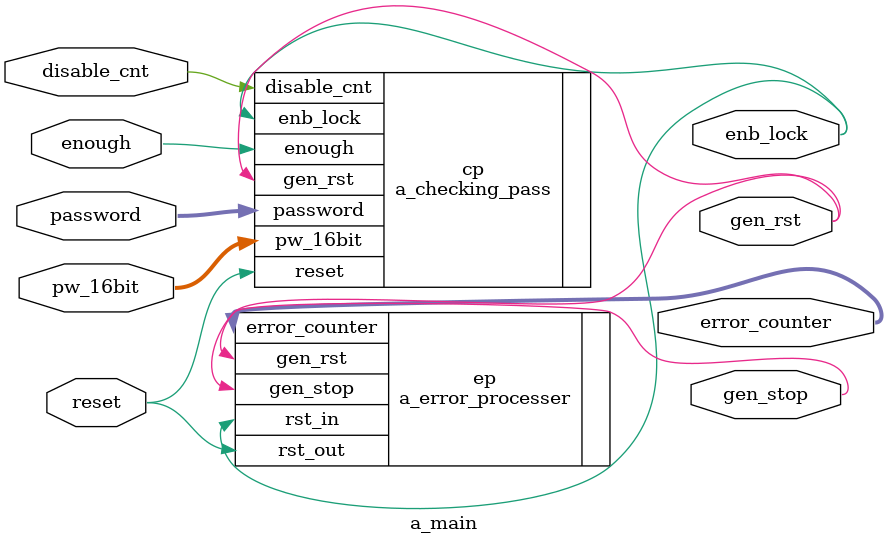
<source format=v>
`timescale 1ns / 1ps


module a_main(
    input [15:0] pw_16bit,
    input [15:0] password,
    input disable_cnt,
    input enough,
    input reset,
    output enb_lock,
    output gen_stop,
    output [2:0] error_counter,
    output gen_rst
    );
    
    
    a_checking_pass cp (
        .pw_16bit(pw_16bit),
        .password(password),
        .disable_cnt(disable_cnt),
        .enough(enough),
        .reset(reset),
        .enb_lock(enb_lock),
        .gen_rst(gen_rst)
    );
 
    a_error_processer ep (
        .gen_rst(gen_rst), 
        .rst_in(enb_lock),  
        .rst_out(reset), 
        .gen_stop(gen_stop),
        .error_counter(error_counter)
    );   
endmodule


</source>
